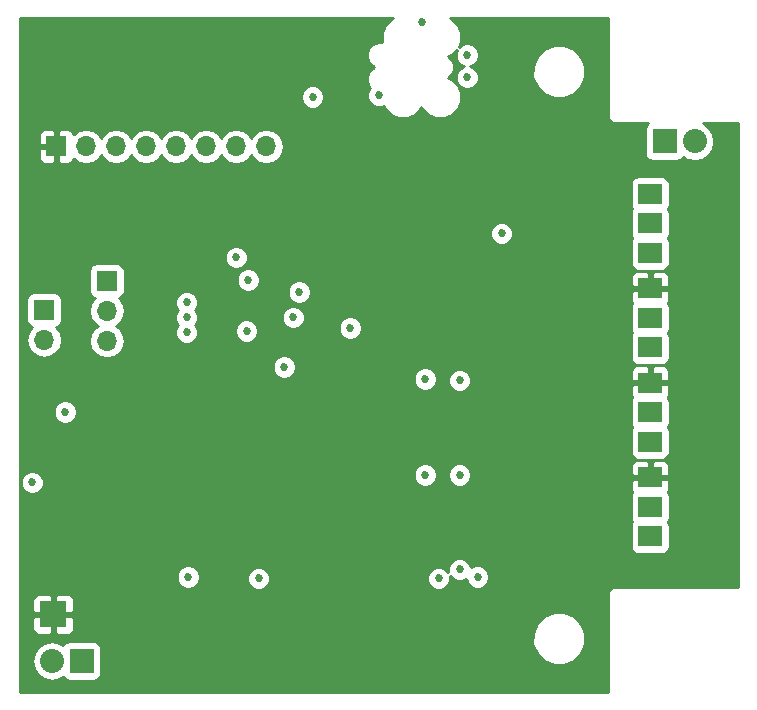
<source format=gbr>
G04 #@! TF.FileFunction,Copper,L3,Inr,Plane*
%FSLAX46Y46*%
G04 Gerber Fmt 4.6, Leading zero omitted, Abs format (unit mm)*
G04 Created by KiCad (PCBNEW 4.0.2-4+6225~38~ubuntu14.04.1-stable) date Thu 30 Mar 2017 04:50:54 PM CEST*
%MOMM*%
G01*
G04 APERTURE LIST*
%ADD10C,0.100000*%
%ADD11R,2.032000X2.032000*%
%ADD12O,2.032000X2.032000*%
%ADD13R,2.235200X2.235200*%
%ADD14R,2.000000X1.700000*%
%ADD15R,1.700000X1.700000*%
%ADD16O,1.700000X1.700000*%
%ADD17C,0.685800*%
%ADD18C,0.254000*%
G04 APERTURE END LIST*
D10*
D11*
X98679000Y-175768000D03*
D12*
X96139000Y-175768000D03*
D11*
X148031200Y-131775200D03*
D12*
X150571200Y-131775200D03*
D13*
X96266000Y-171831000D03*
D14*
X146812000Y-141224000D03*
X146812000Y-138724000D03*
X146812000Y-136224000D03*
X146812000Y-144224000D03*
X146812000Y-146724000D03*
X146812000Y-149224000D03*
X146812000Y-152224000D03*
X146812000Y-154724000D03*
X146812000Y-157224000D03*
X146812000Y-160224000D03*
X146812000Y-162724000D03*
X146812000Y-165224000D03*
D15*
X96520000Y-132207000D03*
D16*
X99060000Y-132207000D03*
X101600000Y-132207000D03*
X104140000Y-132207000D03*
X106680000Y-132207000D03*
X109220000Y-132207000D03*
X111760000Y-132207000D03*
X114300000Y-132207000D03*
D15*
X95504000Y-146050000D03*
D16*
X95504000Y-148590000D03*
D15*
X100812600Y-143586200D03*
D16*
X100812600Y-146126200D03*
X100812600Y-148666200D03*
D17*
X123825000Y-127889000D03*
X128905000Y-168783000D03*
X127762000Y-160020000D03*
X132207000Y-168656000D03*
X127762000Y-151892000D03*
X107569000Y-145415000D03*
X107569000Y-146685000D03*
X107569000Y-147955000D03*
X108839000Y-166243000D03*
X106807000Y-162179000D03*
X135128000Y-154051000D03*
X135128000Y-145923000D03*
X110617000Y-168783000D03*
X135128000Y-161798000D03*
X94361000Y-165227000D03*
X99822000Y-161290000D03*
X118237000Y-128016000D03*
X117094000Y-144526000D03*
X111760000Y-141605000D03*
X112776000Y-143510000D03*
X107696000Y-168656000D03*
X97282000Y-154686000D03*
X113665000Y-168783000D03*
X94488000Y-160655000D03*
X112649000Y-147828000D03*
X127508000Y-121666000D03*
X131318000Y-124460000D03*
X116586000Y-146685000D03*
X134239000Y-139573000D03*
X131318000Y-126365000D03*
X130683000Y-160020000D03*
X130683000Y-152019000D03*
X130683000Y-168021000D03*
X115824000Y-150876000D03*
X121412000Y-147574000D03*
D18*
G36*
X124851160Y-121427806D02*
X124350564Y-121927529D01*
X124079309Y-122580782D01*
X124078692Y-123288114D01*
X124095927Y-123329825D01*
X123728156Y-123329504D01*
X123312573Y-123501219D01*
X122994337Y-123818900D01*
X122821897Y-124234183D01*
X122821504Y-124683844D01*
X122993219Y-125099427D01*
X123310900Y-125417663D01*
X123451223Y-125475930D01*
X123312573Y-125533219D01*
X122994337Y-125850900D01*
X122821897Y-126266183D01*
X122821504Y-126715844D01*
X122993219Y-127131427D01*
X123096293Y-127234682D01*
X122996460Y-127334341D01*
X122847270Y-127693630D01*
X122846931Y-128082663D01*
X122995493Y-128442212D01*
X123270341Y-128717540D01*
X123629630Y-128866730D01*
X124018663Y-128867069D01*
X124246037Y-128773120D01*
X124348806Y-129021840D01*
X124848529Y-129522436D01*
X125501782Y-129793691D01*
X126209114Y-129794308D01*
X126862840Y-129524194D01*
X127363436Y-129024471D01*
X127444364Y-128829575D01*
X127523806Y-129021840D01*
X128023529Y-129522436D01*
X128676782Y-129793691D01*
X129384114Y-129794308D01*
X130037840Y-129524194D01*
X130538436Y-129024471D01*
X130809691Y-128371218D01*
X130810308Y-127663886D01*
X130540194Y-127010160D01*
X130040471Y-126509564D01*
X129726933Y-126379371D01*
X129989663Y-126117100D01*
X130162103Y-125701817D01*
X130162496Y-125252156D01*
X129990781Y-124836573D01*
X129727212Y-124572543D01*
X130037840Y-124444194D01*
X130427034Y-124055678D01*
X130340270Y-124264630D01*
X130339931Y-124653663D01*
X130488493Y-125013212D01*
X130763341Y-125288540D01*
X131062162Y-125412621D01*
X130764788Y-125535493D01*
X130489460Y-125810341D01*
X130340270Y-126169630D01*
X130339931Y-126558663D01*
X130488493Y-126918212D01*
X130763341Y-127193540D01*
X131122630Y-127342730D01*
X131511663Y-127343069D01*
X131871212Y-127194507D01*
X132146540Y-126919659D01*
X132295730Y-126560370D01*
X132295954Y-126302619D01*
X136850613Y-126302619D01*
X137190155Y-127124372D01*
X137818321Y-127753636D01*
X138639481Y-128094611D01*
X139528619Y-128095387D01*
X140350372Y-127755845D01*
X140979636Y-127127679D01*
X141320611Y-126306519D01*
X141321387Y-125417381D01*
X140981845Y-124595628D01*
X140353679Y-123966364D01*
X139532519Y-123625389D01*
X138643381Y-123624613D01*
X137821628Y-123964155D01*
X137192364Y-124592321D01*
X136851389Y-125413481D01*
X136850613Y-126302619D01*
X132295954Y-126302619D01*
X132296069Y-126171337D01*
X132147507Y-125811788D01*
X131872659Y-125536460D01*
X131573838Y-125412379D01*
X131871212Y-125289507D01*
X132146540Y-125014659D01*
X132295730Y-124655370D01*
X132296069Y-124266337D01*
X132147507Y-123906788D01*
X131872659Y-123631460D01*
X131513370Y-123482270D01*
X131124337Y-123481931D01*
X130764788Y-123630493D01*
X130600862Y-123794133D01*
X130809691Y-123291218D01*
X130810308Y-122583886D01*
X130540194Y-121930160D01*
X130040471Y-121429564D01*
X129872943Y-121360000D01*
X143202000Y-121360000D01*
X143202000Y-129540000D01*
X143256046Y-129811705D01*
X143409954Y-130042046D01*
X143640295Y-130195954D01*
X143912000Y-130250000D01*
X146633862Y-130250000D01*
X146563759Y-130295110D01*
X146418769Y-130507310D01*
X146367760Y-130759200D01*
X146367760Y-132791200D01*
X146412038Y-133026517D01*
X146551110Y-133242641D01*
X146763310Y-133387631D01*
X147015200Y-133438640D01*
X149047200Y-133438640D01*
X149282517Y-133394362D01*
X149498641Y-133255290D01*
X149600398Y-133106363D01*
X149939390Y-133332870D01*
X150571200Y-133458545D01*
X151203010Y-133332870D01*
X151738633Y-132974978D01*
X152096525Y-132439355D01*
X152222200Y-131807545D01*
X152222200Y-131742855D01*
X152096525Y-131111045D01*
X151738633Y-130575422D01*
X151251605Y-130250000D01*
X154230000Y-130250000D01*
X154230000Y-169470000D01*
X143912000Y-169470000D01*
X143640295Y-169524046D01*
X143409954Y-169677954D01*
X143256046Y-169908295D01*
X143202000Y-170180000D01*
X143202000Y-178360000D01*
X93420000Y-178360000D01*
X93420000Y-175735655D01*
X94488000Y-175735655D01*
X94488000Y-175800345D01*
X94613675Y-176432155D01*
X94971567Y-176967778D01*
X95507190Y-177325670D01*
X96139000Y-177451345D01*
X96770810Y-177325670D01*
X97110792Y-177098501D01*
X97198910Y-177235441D01*
X97411110Y-177380431D01*
X97663000Y-177431440D01*
X99695000Y-177431440D01*
X99930317Y-177387162D01*
X100146441Y-177248090D01*
X100291431Y-177035890D01*
X100342440Y-176784000D01*
X100342440Y-174752000D01*
X100298162Y-174516683D01*
X100160416Y-174302619D01*
X136850613Y-174302619D01*
X137190155Y-175124372D01*
X137818321Y-175753636D01*
X138639481Y-176094611D01*
X139528619Y-176095387D01*
X140350372Y-175755845D01*
X140979636Y-175127679D01*
X141320611Y-174306519D01*
X141321387Y-173417381D01*
X140981845Y-172595628D01*
X140353679Y-171966364D01*
X139532519Y-171625389D01*
X138643381Y-171624613D01*
X137821628Y-171964155D01*
X137192364Y-172592321D01*
X136851389Y-173413481D01*
X136850613Y-174302619D01*
X100160416Y-174302619D01*
X100159090Y-174300559D01*
X99946890Y-174155569D01*
X99695000Y-174104560D01*
X97663000Y-174104560D01*
X97427683Y-174148838D01*
X97211559Y-174287910D01*
X97109802Y-174436837D01*
X96770810Y-174210330D01*
X96139000Y-174084655D01*
X95507190Y-174210330D01*
X94971567Y-174568222D01*
X94613675Y-175103845D01*
X94488000Y-175735655D01*
X93420000Y-175735655D01*
X93420000Y-172116750D01*
X94513400Y-172116750D01*
X94513400Y-173074909D01*
X94610073Y-173308298D01*
X94788701Y-173486927D01*
X95022090Y-173583600D01*
X95980250Y-173583600D01*
X96139000Y-173424850D01*
X96139000Y-171958000D01*
X96393000Y-171958000D01*
X96393000Y-173424850D01*
X96551750Y-173583600D01*
X97509910Y-173583600D01*
X97743299Y-173486927D01*
X97921927Y-173308298D01*
X98018600Y-173074909D01*
X98018600Y-172116750D01*
X97859850Y-171958000D01*
X96393000Y-171958000D01*
X96139000Y-171958000D01*
X94672150Y-171958000D01*
X94513400Y-172116750D01*
X93420000Y-172116750D01*
X93420000Y-170587091D01*
X94513400Y-170587091D01*
X94513400Y-171545250D01*
X94672150Y-171704000D01*
X96139000Y-171704000D01*
X96139000Y-170237150D01*
X96393000Y-170237150D01*
X96393000Y-171704000D01*
X97859850Y-171704000D01*
X98018600Y-171545250D01*
X98018600Y-170587091D01*
X97921927Y-170353702D01*
X97743299Y-170175073D01*
X97509910Y-170078400D01*
X96551750Y-170078400D01*
X96393000Y-170237150D01*
X96139000Y-170237150D01*
X95980250Y-170078400D01*
X95022090Y-170078400D01*
X94788701Y-170175073D01*
X94610073Y-170353702D01*
X94513400Y-170587091D01*
X93420000Y-170587091D01*
X93420000Y-168849663D01*
X106717931Y-168849663D01*
X106866493Y-169209212D01*
X107141341Y-169484540D01*
X107500630Y-169633730D01*
X107889663Y-169634069D01*
X108249212Y-169485507D01*
X108524540Y-169210659D01*
X108621703Y-168976663D01*
X112686931Y-168976663D01*
X112835493Y-169336212D01*
X113110341Y-169611540D01*
X113469630Y-169760730D01*
X113858663Y-169761069D01*
X114218212Y-169612507D01*
X114493540Y-169337659D01*
X114642730Y-168978370D01*
X114642731Y-168976663D01*
X127926931Y-168976663D01*
X128075493Y-169336212D01*
X128350341Y-169611540D01*
X128709630Y-169760730D01*
X129098663Y-169761069D01*
X129458212Y-169612507D01*
X129733540Y-169337659D01*
X129882730Y-168978370D01*
X129883056Y-168603827D01*
X130128341Y-168849540D01*
X130487630Y-168998730D01*
X130876663Y-168999069D01*
X131230291Y-168852954D01*
X131377493Y-169209212D01*
X131652341Y-169484540D01*
X132011630Y-169633730D01*
X132400663Y-169634069D01*
X132760212Y-169485507D01*
X133035540Y-169210659D01*
X133184730Y-168851370D01*
X133185069Y-168462337D01*
X133036507Y-168102788D01*
X132761659Y-167827460D01*
X132402370Y-167678270D01*
X132013337Y-167677931D01*
X131659709Y-167824046D01*
X131512507Y-167467788D01*
X131237659Y-167192460D01*
X130878370Y-167043270D01*
X130489337Y-167042931D01*
X130129788Y-167191493D01*
X129854460Y-167466341D01*
X129705270Y-167825630D01*
X129704944Y-168200173D01*
X129459659Y-167954460D01*
X129100370Y-167805270D01*
X128711337Y-167804931D01*
X128351788Y-167953493D01*
X128076460Y-168228341D01*
X127927270Y-168587630D01*
X127926931Y-168976663D01*
X114642731Y-168976663D01*
X114643069Y-168589337D01*
X114494507Y-168229788D01*
X114219659Y-167954460D01*
X113860370Y-167805270D01*
X113471337Y-167804931D01*
X113111788Y-167953493D01*
X112836460Y-168228341D01*
X112687270Y-168587630D01*
X112686931Y-168976663D01*
X108621703Y-168976663D01*
X108673730Y-168851370D01*
X108674069Y-168462337D01*
X108525507Y-168102788D01*
X108250659Y-167827460D01*
X107891370Y-167678270D01*
X107502337Y-167677931D01*
X107142788Y-167826493D01*
X106867460Y-168101341D01*
X106718270Y-168460630D01*
X106717931Y-168849663D01*
X93420000Y-168849663D01*
X93420000Y-161874000D01*
X145164560Y-161874000D01*
X145164560Y-163574000D01*
X145208838Y-163809317D01*
X145315759Y-163975477D01*
X145215569Y-164122110D01*
X145164560Y-164374000D01*
X145164560Y-166074000D01*
X145208838Y-166309317D01*
X145347910Y-166525441D01*
X145560110Y-166670431D01*
X145812000Y-166721440D01*
X147812000Y-166721440D01*
X148047317Y-166677162D01*
X148263441Y-166538090D01*
X148408431Y-166325890D01*
X148459440Y-166074000D01*
X148459440Y-164374000D01*
X148415162Y-164138683D01*
X148308241Y-163972523D01*
X148408431Y-163825890D01*
X148459440Y-163574000D01*
X148459440Y-161874000D01*
X148415162Y-161638683D01*
X148309518Y-161474508D01*
X148350327Y-161433699D01*
X148447000Y-161200310D01*
X148447000Y-160509750D01*
X148288250Y-160351000D01*
X146939000Y-160351000D01*
X146939000Y-160371000D01*
X146685000Y-160371000D01*
X146685000Y-160351000D01*
X145335750Y-160351000D01*
X145177000Y-160509750D01*
X145177000Y-161200310D01*
X145273673Y-161433699D01*
X145315634Y-161475660D01*
X145215569Y-161622110D01*
X145164560Y-161874000D01*
X93420000Y-161874000D01*
X93420000Y-160848663D01*
X93509931Y-160848663D01*
X93658493Y-161208212D01*
X93933341Y-161483540D01*
X94292630Y-161632730D01*
X94681663Y-161633069D01*
X95041212Y-161484507D01*
X95316540Y-161209659D01*
X95465730Y-160850370D01*
X95466069Y-160461337D01*
X95363733Y-160213663D01*
X126783931Y-160213663D01*
X126932493Y-160573212D01*
X127207341Y-160848540D01*
X127566630Y-160997730D01*
X127955663Y-160998069D01*
X128315212Y-160849507D01*
X128590540Y-160574659D01*
X128739730Y-160215370D01*
X128739731Y-160213663D01*
X129704931Y-160213663D01*
X129853493Y-160573212D01*
X130128341Y-160848540D01*
X130487630Y-160997730D01*
X130876663Y-160998069D01*
X131236212Y-160849507D01*
X131511540Y-160574659D01*
X131660730Y-160215370D01*
X131661069Y-159826337D01*
X131512507Y-159466788D01*
X131293791Y-159247690D01*
X145177000Y-159247690D01*
X145177000Y-159938250D01*
X145335750Y-160097000D01*
X146685000Y-160097000D01*
X146685000Y-158897750D01*
X146939000Y-158897750D01*
X146939000Y-160097000D01*
X148288250Y-160097000D01*
X148447000Y-159938250D01*
X148447000Y-159247690D01*
X148350327Y-159014301D01*
X148171698Y-158835673D01*
X147938309Y-158739000D01*
X147097750Y-158739000D01*
X146939000Y-158897750D01*
X146685000Y-158897750D01*
X146526250Y-158739000D01*
X145685691Y-158739000D01*
X145452302Y-158835673D01*
X145273673Y-159014301D01*
X145177000Y-159247690D01*
X131293791Y-159247690D01*
X131237659Y-159191460D01*
X130878370Y-159042270D01*
X130489337Y-159041931D01*
X130129788Y-159190493D01*
X129854460Y-159465341D01*
X129705270Y-159824630D01*
X129704931Y-160213663D01*
X128739731Y-160213663D01*
X128740069Y-159826337D01*
X128591507Y-159466788D01*
X128316659Y-159191460D01*
X127957370Y-159042270D01*
X127568337Y-159041931D01*
X127208788Y-159190493D01*
X126933460Y-159465341D01*
X126784270Y-159824630D01*
X126783931Y-160213663D01*
X95363733Y-160213663D01*
X95317507Y-160101788D01*
X95042659Y-159826460D01*
X94683370Y-159677270D01*
X94294337Y-159676931D01*
X93934788Y-159825493D01*
X93659460Y-160100341D01*
X93510270Y-160459630D01*
X93509931Y-160848663D01*
X93420000Y-160848663D01*
X93420000Y-154879663D01*
X96303931Y-154879663D01*
X96452493Y-155239212D01*
X96727341Y-155514540D01*
X97086630Y-155663730D01*
X97475663Y-155664069D01*
X97835212Y-155515507D01*
X98110540Y-155240659D01*
X98259730Y-154881370D01*
X98260069Y-154492337D01*
X98111507Y-154132788D01*
X97853171Y-153874000D01*
X145164560Y-153874000D01*
X145164560Y-155574000D01*
X145208838Y-155809317D01*
X145315759Y-155975477D01*
X145215569Y-156122110D01*
X145164560Y-156374000D01*
X145164560Y-158074000D01*
X145208838Y-158309317D01*
X145347910Y-158525441D01*
X145560110Y-158670431D01*
X145812000Y-158721440D01*
X147812000Y-158721440D01*
X148047317Y-158677162D01*
X148263441Y-158538090D01*
X148408431Y-158325890D01*
X148459440Y-158074000D01*
X148459440Y-156374000D01*
X148415162Y-156138683D01*
X148308241Y-155972523D01*
X148408431Y-155825890D01*
X148459440Y-155574000D01*
X148459440Y-153874000D01*
X148415162Y-153638683D01*
X148309518Y-153474508D01*
X148350327Y-153433699D01*
X148447000Y-153200310D01*
X148447000Y-152509750D01*
X148288250Y-152351000D01*
X146939000Y-152351000D01*
X146939000Y-152371000D01*
X146685000Y-152371000D01*
X146685000Y-152351000D01*
X145335750Y-152351000D01*
X145177000Y-152509750D01*
X145177000Y-153200310D01*
X145273673Y-153433699D01*
X145315634Y-153475660D01*
X145215569Y-153622110D01*
X145164560Y-153874000D01*
X97853171Y-153874000D01*
X97836659Y-153857460D01*
X97477370Y-153708270D01*
X97088337Y-153707931D01*
X96728788Y-153856493D01*
X96453460Y-154131341D01*
X96304270Y-154490630D01*
X96303931Y-154879663D01*
X93420000Y-154879663D01*
X93420000Y-152085663D01*
X126783931Y-152085663D01*
X126932493Y-152445212D01*
X127207341Y-152720540D01*
X127566630Y-152869730D01*
X127955663Y-152870069D01*
X128315212Y-152721507D01*
X128590540Y-152446659D01*
X128687703Y-152212663D01*
X129704931Y-152212663D01*
X129853493Y-152572212D01*
X130128341Y-152847540D01*
X130487630Y-152996730D01*
X130876663Y-152997069D01*
X131236212Y-152848507D01*
X131511540Y-152573659D01*
X131660730Y-152214370D01*
X131661069Y-151825337D01*
X131512507Y-151465788D01*
X131294790Y-151247690D01*
X145177000Y-151247690D01*
X145177000Y-151938250D01*
X145335750Y-152097000D01*
X146685000Y-152097000D01*
X146685000Y-150897750D01*
X146939000Y-150897750D01*
X146939000Y-152097000D01*
X148288250Y-152097000D01*
X148447000Y-151938250D01*
X148447000Y-151247690D01*
X148350327Y-151014301D01*
X148171698Y-150835673D01*
X147938309Y-150739000D01*
X147097750Y-150739000D01*
X146939000Y-150897750D01*
X146685000Y-150897750D01*
X146526250Y-150739000D01*
X145685691Y-150739000D01*
X145452302Y-150835673D01*
X145273673Y-151014301D01*
X145177000Y-151247690D01*
X131294790Y-151247690D01*
X131237659Y-151190460D01*
X130878370Y-151041270D01*
X130489337Y-151040931D01*
X130129788Y-151189493D01*
X129854460Y-151464341D01*
X129705270Y-151823630D01*
X129704931Y-152212663D01*
X128687703Y-152212663D01*
X128739730Y-152087370D01*
X128740069Y-151698337D01*
X128591507Y-151338788D01*
X128316659Y-151063460D01*
X127957370Y-150914270D01*
X127568337Y-150913931D01*
X127208788Y-151062493D01*
X126933460Y-151337341D01*
X126784270Y-151696630D01*
X126783931Y-152085663D01*
X93420000Y-152085663D01*
X93420000Y-151069663D01*
X114845931Y-151069663D01*
X114994493Y-151429212D01*
X115269341Y-151704540D01*
X115628630Y-151853730D01*
X116017663Y-151854069D01*
X116377212Y-151705507D01*
X116652540Y-151430659D01*
X116801730Y-151071370D01*
X116802069Y-150682337D01*
X116653507Y-150322788D01*
X116378659Y-150047460D01*
X116019370Y-149898270D01*
X115630337Y-149897931D01*
X115270788Y-150046493D01*
X114995460Y-150321341D01*
X114846270Y-150680630D01*
X114845931Y-151069663D01*
X93420000Y-151069663D01*
X93420000Y-148590000D01*
X93989907Y-148590000D01*
X94102946Y-149158285D01*
X94424853Y-149640054D01*
X94906622Y-149961961D01*
X95474907Y-150075000D01*
X95533093Y-150075000D01*
X96101378Y-149961961D01*
X96583147Y-149640054D01*
X96905054Y-149158285D01*
X97018093Y-148590000D01*
X96905054Y-148021715D01*
X96583147Y-147539946D01*
X96541548Y-147512150D01*
X96589317Y-147503162D01*
X96805441Y-147364090D01*
X96950431Y-147151890D01*
X97001440Y-146900000D01*
X97001440Y-146126200D01*
X99298507Y-146126200D01*
X99411546Y-146694485D01*
X99733453Y-147176254D01*
X100062626Y-147396200D01*
X99733453Y-147616146D01*
X99411546Y-148097915D01*
X99298507Y-148666200D01*
X99411546Y-149234485D01*
X99733453Y-149716254D01*
X100215222Y-150038161D01*
X100783507Y-150151200D01*
X100841693Y-150151200D01*
X101409978Y-150038161D01*
X101891747Y-149716254D01*
X102213654Y-149234485D01*
X102326693Y-148666200D01*
X102213654Y-148097915D01*
X101891747Y-147616146D01*
X101562574Y-147396200D01*
X101891747Y-147176254D01*
X102213654Y-146694485D01*
X102326693Y-146126200D01*
X102223749Y-145608663D01*
X106590931Y-145608663D01*
X106739493Y-145968212D01*
X106821040Y-146049901D01*
X106740460Y-146130341D01*
X106591270Y-146489630D01*
X106590931Y-146878663D01*
X106739493Y-147238212D01*
X106821040Y-147319901D01*
X106740460Y-147400341D01*
X106591270Y-147759630D01*
X106590931Y-148148663D01*
X106739493Y-148508212D01*
X107014341Y-148783540D01*
X107373630Y-148932730D01*
X107762663Y-148933069D01*
X108122212Y-148784507D01*
X108397540Y-148509659D01*
X108546730Y-148150370D01*
X108546842Y-148021663D01*
X111670931Y-148021663D01*
X111819493Y-148381212D01*
X112094341Y-148656540D01*
X112453630Y-148805730D01*
X112842663Y-148806069D01*
X113202212Y-148657507D01*
X113477540Y-148382659D01*
X113626730Y-148023370D01*
X113626952Y-147767663D01*
X120433931Y-147767663D01*
X120582493Y-148127212D01*
X120857341Y-148402540D01*
X121216630Y-148551730D01*
X121605663Y-148552069D01*
X121965212Y-148403507D01*
X122240540Y-148128659D01*
X122389730Y-147769370D01*
X122390069Y-147380337D01*
X122241507Y-147020788D01*
X121966659Y-146745460D01*
X121607370Y-146596270D01*
X121218337Y-146595931D01*
X120858788Y-146744493D01*
X120583460Y-147019341D01*
X120434270Y-147378630D01*
X120433931Y-147767663D01*
X113626952Y-147767663D01*
X113627069Y-147634337D01*
X113478507Y-147274788D01*
X113203659Y-146999460D01*
X112912748Y-146878663D01*
X115607931Y-146878663D01*
X115756493Y-147238212D01*
X116031341Y-147513540D01*
X116390630Y-147662730D01*
X116779663Y-147663069D01*
X117139212Y-147514507D01*
X117414540Y-147239659D01*
X117563730Y-146880370D01*
X117564069Y-146491337D01*
X117415507Y-146131788D01*
X117158169Y-145874000D01*
X145164560Y-145874000D01*
X145164560Y-147574000D01*
X145208838Y-147809317D01*
X145315759Y-147975477D01*
X145215569Y-148122110D01*
X145164560Y-148374000D01*
X145164560Y-150074000D01*
X145208838Y-150309317D01*
X145347910Y-150525441D01*
X145560110Y-150670431D01*
X145812000Y-150721440D01*
X147812000Y-150721440D01*
X148047317Y-150677162D01*
X148263441Y-150538090D01*
X148408431Y-150325890D01*
X148459440Y-150074000D01*
X148459440Y-148374000D01*
X148415162Y-148138683D01*
X148308241Y-147972523D01*
X148408431Y-147825890D01*
X148459440Y-147574000D01*
X148459440Y-145874000D01*
X148415162Y-145638683D01*
X148309518Y-145474508D01*
X148350327Y-145433699D01*
X148447000Y-145200310D01*
X148447000Y-144509750D01*
X148288250Y-144351000D01*
X146939000Y-144351000D01*
X146939000Y-144371000D01*
X146685000Y-144371000D01*
X146685000Y-144351000D01*
X145335750Y-144351000D01*
X145177000Y-144509750D01*
X145177000Y-145200310D01*
X145273673Y-145433699D01*
X145315634Y-145475660D01*
X145215569Y-145622110D01*
X145164560Y-145874000D01*
X117158169Y-145874000D01*
X117140659Y-145856460D01*
X116781370Y-145707270D01*
X116392337Y-145706931D01*
X116032788Y-145855493D01*
X115757460Y-146130341D01*
X115608270Y-146489630D01*
X115607931Y-146878663D01*
X112912748Y-146878663D01*
X112844370Y-146850270D01*
X112455337Y-146849931D01*
X112095788Y-146998493D01*
X111820460Y-147273341D01*
X111671270Y-147632630D01*
X111670931Y-148021663D01*
X108546842Y-148021663D01*
X108547069Y-147761337D01*
X108398507Y-147401788D01*
X108316960Y-147320099D01*
X108397540Y-147239659D01*
X108546730Y-146880370D01*
X108547069Y-146491337D01*
X108398507Y-146131788D01*
X108316960Y-146050099D01*
X108397540Y-145969659D01*
X108546730Y-145610370D01*
X108547069Y-145221337D01*
X108398507Y-144861788D01*
X108256630Y-144719663D01*
X116115931Y-144719663D01*
X116264493Y-145079212D01*
X116539341Y-145354540D01*
X116898630Y-145503730D01*
X117287663Y-145504069D01*
X117647212Y-145355507D01*
X117922540Y-145080659D01*
X118071730Y-144721370D01*
X118072069Y-144332337D01*
X117923507Y-143972788D01*
X117648659Y-143697460D01*
X117289370Y-143548270D01*
X116900337Y-143547931D01*
X116540788Y-143696493D01*
X116265460Y-143971341D01*
X116116270Y-144330630D01*
X116115931Y-144719663D01*
X108256630Y-144719663D01*
X108123659Y-144586460D01*
X107764370Y-144437270D01*
X107375337Y-144436931D01*
X107015788Y-144585493D01*
X106740460Y-144860341D01*
X106591270Y-145219630D01*
X106590931Y-145608663D01*
X102223749Y-145608663D01*
X102213654Y-145557915D01*
X101891747Y-145076146D01*
X101850148Y-145048350D01*
X101897917Y-145039362D01*
X102114041Y-144900290D01*
X102259031Y-144688090D01*
X102310040Y-144436200D01*
X102310040Y-143703663D01*
X111797931Y-143703663D01*
X111946493Y-144063212D01*
X112221341Y-144338540D01*
X112580630Y-144487730D01*
X112969663Y-144488069D01*
X113329212Y-144339507D01*
X113604540Y-144064659D01*
X113753730Y-143705370D01*
X113754069Y-143316337D01*
X113725705Y-143247690D01*
X145177000Y-143247690D01*
X145177000Y-143938250D01*
X145335750Y-144097000D01*
X146685000Y-144097000D01*
X146685000Y-142897750D01*
X146939000Y-142897750D01*
X146939000Y-144097000D01*
X148288250Y-144097000D01*
X148447000Y-143938250D01*
X148447000Y-143247690D01*
X148350327Y-143014301D01*
X148171698Y-142835673D01*
X147938309Y-142739000D01*
X147097750Y-142739000D01*
X146939000Y-142897750D01*
X146685000Y-142897750D01*
X146526250Y-142739000D01*
X145685691Y-142739000D01*
X145452302Y-142835673D01*
X145273673Y-143014301D01*
X145177000Y-143247690D01*
X113725705Y-143247690D01*
X113605507Y-142956788D01*
X113330659Y-142681460D01*
X112971370Y-142532270D01*
X112582337Y-142531931D01*
X112222788Y-142680493D01*
X111947460Y-142955341D01*
X111798270Y-143314630D01*
X111797931Y-143703663D01*
X102310040Y-143703663D01*
X102310040Y-142736200D01*
X102265762Y-142500883D01*
X102126690Y-142284759D01*
X101914490Y-142139769D01*
X101662600Y-142088760D01*
X99962600Y-142088760D01*
X99727283Y-142133038D01*
X99511159Y-142272110D01*
X99366169Y-142484310D01*
X99315160Y-142736200D01*
X99315160Y-144436200D01*
X99359438Y-144671517D01*
X99498510Y-144887641D01*
X99710710Y-145032631D01*
X99778141Y-145046286D01*
X99733453Y-145076146D01*
X99411546Y-145557915D01*
X99298507Y-146126200D01*
X97001440Y-146126200D01*
X97001440Y-145200000D01*
X96957162Y-144964683D01*
X96818090Y-144748559D01*
X96605890Y-144603569D01*
X96354000Y-144552560D01*
X94654000Y-144552560D01*
X94418683Y-144596838D01*
X94202559Y-144735910D01*
X94057569Y-144948110D01*
X94006560Y-145200000D01*
X94006560Y-146900000D01*
X94050838Y-147135317D01*
X94189910Y-147351441D01*
X94402110Y-147496431D01*
X94469541Y-147510086D01*
X94424853Y-147539946D01*
X94102946Y-148021715D01*
X93989907Y-148590000D01*
X93420000Y-148590000D01*
X93420000Y-141798663D01*
X110781931Y-141798663D01*
X110930493Y-142158212D01*
X111205341Y-142433540D01*
X111564630Y-142582730D01*
X111953663Y-142583069D01*
X112313212Y-142434507D01*
X112588540Y-142159659D01*
X112737730Y-141800370D01*
X112738069Y-141411337D01*
X112589507Y-141051788D01*
X112314659Y-140776460D01*
X111955370Y-140627270D01*
X111566337Y-140626931D01*
X111206788Y-140775493D01*
X110931460Y-141050341D01*
X110782270Y-141409630D01*
X110781931Y-141798663D01*
X93420000Y-141798663D01*
X93420000Y-139766663D01*
X133260931Y-139766663D01*
X133409493Y-140126212D01*
X133684341Y-140401540D01*
X134043630Y-140550730D01*
X134432663Y-140551069D01*
X134792212Y-140402507D01*
X135067540Y-140127659D01*
X135216730Y-139768370D01*
X135217069Y-139379337D01*
X135068507Y-139019788D01*
X134793659Y-138744460D01*
X134434370Y-138595270D01*
X134045337Y-138594931D01*
X133685788Y-138743493D01*
X133410460Y-139018341D01*
X133261270Y-139377630D01*
X133260931Y-139766663D01*
X93420000Y-139766663D01*
X93420000Y-135374000D01*
X145164560Y-135374000D01*
X145164560Y-137074000D01*
X145208838Y-137309317D01*
X145315759Y-137475477D01*
X145215569Y-137622110D01*
X145164560Y-137874000D01*
X145164560Y-139574000D01*
X145208838Y-139809317D01*
X145315759Y-139975477D01*
X145215569Y-140122110D01*
X145164560Y-140374000D01*
X145164560Y-142074000D01*
X145208838Y-142309317D01*
X145347910Y-142525441D01*
X145560110Y-142670431D01*
X145812000Y-142721440D01*
X147812000Y-142721440D01*
X148047317Y-142677162D01*
X148263441Y-142538090D01*
X148408431Y-142325890D01*
X148459440Y-142074000D01*
X148459440Y-140374000D01*
X148415162Y-140138683D01*
X148308241Y-139972523D01*
X148408431Y-139825890D01*
X148459440Y-139574000D01*
X148459440Y-137874000D01*
X148415162Y-137638683D01*
X148308241Y-137472523D01*
X148408431Y-137325890D01*
X148459440Y-137074000D01*
X148459440Y-135374000D01*
X148415162Y-135138683D01*
X148276090Y-134922559D01*
X148063890Y-134777569D01*
X147812000Y-134726560D01*
X145812000Y-134726560D01*
X145576683Y-134770838D01*
X145360559Y-134909910D01*
X145215569Y-135122110D01*
X145164560Y-135374000D01*
X93420000Y-135374000D01*
X93420000Y-132492750D01*
X95035000Y-132492750D01*
X95035000Y-133183309D01*
X95131673Y-133416698D01*
X95310301Y-133595327D01*
X95543690Y-133692000D01*
X96234250Y-133692000D01*
X96393000Y-133533250D01*
X96393000Y-132334000D01*
X95193750Y-132334000D01*
X95035000Y-132492750D01*
X93420000Y-132492750D01*
X93420000Y-131230691D01*
X95035000Y-131230691D01*
X95035000Y-131921250D01*
X95193750Y-132080000D01*
X96393000Y-132080000D01*
X96393000Y-130880750D01*
X96647000Y-130880750D01*
X96647000Y-132080000D01*
X96667000Y-132080000D01*
X96667000Y-132334000D01*
X96647000Y-132334000D01*
X96647000Y-133533250D01*
X96805750Y-133692000D01*
X97496310Y-133692000D01*
X97729699Y-133595327D01*
X97908327Y-133416698D01*
X97980597Y-133242223D01*
X98009946Y-133286147D01*
X98491715Y-133608054D01*
X99060000Y-133721093D01*
X99628285Y-133608054D01*
X100110054Y-133286147D01*
X100330000Y-132956974D01*
X100549946Y-133286147D01*
X101031715Y-133608054D01*
X101600000Y-133721093D01*
X102168285Y-133608054D01*
X102650054Y-133286147D01*
X102870000Y-132956974D01*
X103089946Y-133286147D01*
X103571715Y-133608054D01*
X104140000Y-133721093D01*
X104708285Y-133608054D01*
X105190054Y-133286147D01*
X105410000Y-132956974D01*
X105629946Y-133286147D01*
X106111715Y-133608054D01*
X106680000Y-133721093D01*
X107248285Y-133608054D01*
X107730054Y-133286147D01*
X107950000Y-132956974D01*
X108169946Y-133286147D01*
X108651715Y-133608054D01*
X109220000Y-133721093D01*
X109788285Y-133608054D01*
X110270054Y-133286147D01*
X110490000Y-132956974D01*
X110709946Y-133286147D01*
X111191715Y-133608054D01*
X111760000Y-133721093D01*
X112328285Y-133608054D01*
X112810054Y-133286147D01*
X113030000Y-132956974D01*
X113249946Y-133286147D01*
X113731715Y-133608054D01*
X114300000Y-133721093D01*
X114868285Y-133608054D01*
X115350054Y-133286147D01*
X115671961Y-132804378D01*
X115785000Y-132236093D01*
X115785000Y-132177907D01*
X115671961Y-131609622D01*
X115350054Y-131127853D01*
X114868285Y-130805946D01*
X114300000Y-130692907D01*
X113731715Y-130805946D01*
X113249946Y-131127853D01*
X113030000Y-131457026D01*
X112810054Y-131127853D01*
X112328285Y-130805946D01*
X111760000Y-130692907D01*
X111191715Y-130805946D01*
X110709946Y-131127853D01*
X110490000Y-131457026D01*
X110270054Y-131127853D01*
X109788285Y-130805946D01*
X109220000Y-130692907D01*
X108651715Y-130805946D01*
X108169946Y-131127853D01*
X107950000Y-131457026D01*
X107730054Y-131127853D01*
X107248285Y-130805946D01*
X106680000Y-130692907D01*
X106111715Y-130805946D01*
X105629946Y-131127853D01*
X105410000Y-131457026D01*
X105190054Y-131127853D01*
X104708285Y-130805946D01*
X104140000Y-130692907D01*
X103571715Y-130805946D01*
X103089946Y-131127853D01*
X102870000Y-131457026D01*
X102650054Y-131127853D01*
X102168285Y-130805946D01*
X101600000Y-130692907D01*
X101031715Y-130805946D01*
X100549946Y-131127853D01*
X100330000Y-131457026D01*
X100110054Y-131127853D01*
X99628285Y-130805946D01*
X99060000Y-130692907D01*
X98491715Y-130805946D01*
X98009946Y-131127853D01*
X97980597Y-131171777D01*
X97908327Y-130997302D01*
X97729699Y-130818673D01*
X97496310Y-130722000D01*
X96805750Y-130722000D01*
X96647000Y-130880750D01*
X96393000Y-130880750D01*
X96234250Y-130722000D01*
X95543690Y-130722000D01*
X95310301Y-130818673D01*
X95131673Y-130997302D01*
X95035000Y-131230691D01*
X93420000Y-131230691D01*
X93420000Y-128209663D01*
X117258931Y-128209663D01*
X117407493Y-128569212D01*
X117682341Y-128844540D01*
X118041630Y-128993730D01*
X118430663Y-128994069D01*
X118790212Y-128845507D01*
X119065540Y-128570659D01*
X119214730Y-128211370D01*
X119215069Y-127822337D01*
X119066507Y-127462788D01*
X118791659Y-127187460D01*
X118432370Y-127038270D01*
X118043337Y-127037931D01*
X117683788Y-127186493D01*
X117408460Y-127461341D01*
X117259270Y-127820630D01*
X117258931Y-128209663D01*
X93420000Y-128209663D01*
X93420000Y-121360000D01*
X125015263Y-121360000D01*
X124851160Y-121427806D01*
X124851160Y-121427806D01*
G37*
X124851160Y-121427806D02*
X124350564Y-121927529D01*
X124079309Y-122580782D01*
X124078692Y-123288114D01*
X124095927Y-123329825D01*
X123728156Y-123329504D01*
X123312573Y-123501219D01*
X122994337Y-123818900D01*
X122821897Y-124234183D01*
X122821504Y-124683844D01*
X122993219Y-125099427D01*
X123310900Y-125417663D01*
X123451223Y-125475930D01*
X123312573Y-125533219D01*
X122994337Y-125850900D01*
X122821897Y-126266183D01*
X122821504Y-126715844D01*
X122993219Y-127131427D01*
X123096293Y-127234682D01*
X122996460Y-127334341D01*
X122847270Y-127693630D01*
X122846931Y-128082663D01*
X122995493Y-128442212D01*
X123270341Y-128717540D01*
X123629630Y-128866730D01*
X124018663Y-128867069D01*
X124246037Y-128773120D01*
X124348806Y-129021840D01*
X124848529Y-129522436D01*
X125501782Y-129793691D01*
X126209114Y-129794308D01*
X126862840Y-129524194D01*
X127363436Y-129024471D01*
X127444364Y-128829575D01*
X127523806Y-129021840D01*
X128023529Y-129522436D01*
X128676782Y-129793691D01*
X129384114Y-129794308D01*
X130037840Y-129524194D01*
X130538436Y-129024471D01*
X130809691Y-128371218D01*
X130810308Y-127663886D01*
X130540194Y-127010160D01*
X130040471Y-126509564D01*
X129726933Y-126379371D01*
X129989663Y-126117100D01*
X130162103Y-125701817D01*
X130162496Y-125252156D01*
X129990781Y-124836573D01*
X129727212Y-124572543D01*
X130037840Y-124444194D01*
X130427034Y-124055678D01*
X130340270Y-124264630D01*
X130339931Y-124653663D01*
X130488493Y-125013212D01*
X130763341Y-125288540D01*
X131062162Y-125412621D01*
X130764788Y-125535493D01*
X130489460Y-125810341D01*
X130340270Y-126169630D01*
X130339931Y-126558663D01*
X130488493Y-126918212D01*
X130763341Y-127193540D01*
X131122630Y-127342730D01*
X131511663Y-127343069D01*
X131871212Y-127194507D01*
X132146540Y-126919659D01*
X132295730Y-126560370D01*
X132295954Y-126302619D01*
X136850613Y-126302619D01*
X137190155Y-127124372D01*
X137818321Y-127753636D01*
X138639481Y-128094611D01*
X139528619Y-128095387D01*
X140350372Y-127755845D01*
X140979636Y-127127679D01*
X141320611Y-126306519D01*
X141321387Y-125417381D01*
X140981845Y-124595628D01*
X140353679Y-123966364D01*
X139532519Y-123625389D01*
X138643381Y-123624613D01*
X137821628Y-123964155D01*
X137192364Y-124592321D01*
X136851389Y-125413481D01*
X136850613Y-126302619D01*
X132295954Y-126302619D01*
X132296069Y-126171337D01*
X132147507Y-125811788D01*
X131872659Y-125536460D01*
X131573838Y-125412379D01*
X131871212Y-125289507D01*
X132146540Y-125014659D01*
X132295730Y-124655370D01*
X132296069Y-124266337D01*
X132147507Y-123906788D01*
X131872659Y-123631460D01*
X131513370Y-123482270D01*
X131124337Y-123481931D01*
X130764788Y-123630493D01*
X130600862Y-123794133D01*
X130809691Y-123291218D01*
X130810308Y-122583886D01*
X130540194Y-121930160D01*
X130040471Y-121429564D01*
X129872943Y-121360000D01*
X143202000Y-121360000D01*
X143202000Y-129540000D01*
X143256046Y-129811705D01*
X143409954Y-130042046D01*
X143640295Y-130195954D01*
X143912000Y-130250000D01*
X146633862Y-130250000D01*
X146563759Y-130295110D01*
X146418769Y-130507310D01*
X146367760Y-130759200D01*
X146367760Y-132791200D01*
X146412038Y-133026517D01*
X146551110Y-133242641D01*
X146763310Y-133387631D01*
X147015200Y-133438640D01*
X149047200Y-133438640D01*
X149282517Y-133394362D01*
X149498641Y-133255290D01*
X149600398Y-133106363D01*
X149939390Y-133332870D01*
X150571200Y-133458545D01*
X151203010Y-133332870D01*
X151738633Y-132974978D01*
X152096525Y-132439355D01*
X152222200Y-131807545D01*
X152222200Y-131742855D01*
X152096525Y-131111045D01*
X151738633Y-130575422D01*
X151251605Y-130250000D01*
X154230000Y-130250000D01*
X154230000Y-169470000D01*
X143912000Y-169470000D01*
X143640295Y-169524046D01*
X143409954Y-169677954D01*
X143256046Y-169908295D01*
X143202000Y-170180000D01*
X143202000Y-178360000D01*
X93420000Y-178360000D01*
X93420000Y-175735655D01*
X94488000Y-175735655D01*
X94488000Y-175800345D01*
X94613675Y-176432155D01*
X94971567Y-176967778D01*
X95507190Y-177325670D01*
X96139000Y-177451345D01*
X96770810Y-177325670D01*
X97110792Y-177098501D01*
X97198910Y-177235441D01*
X97411110Y-177380431D01*
X97663000Y-177431440D01*
X99695000Y-177431440D01*
X99930317Y-177387162D01*
X100146441Y-177248090D01*
X100291431Y-177035890D01*
X100342440Y-176784000D01*
X100342440Y-174752000D01*
X100298162Y-174516683D01*
X100160416Y-174302619D01*
X136850613Y-174302619D01*
X137190155Y-175124372D01*
X137818321Y-175753636D01*
X138639481Y-176094611D01*
X139528619Y-176095387D01*
X140350372Y-175755845D01*
X140979636Y-175127679D01*
X141320611Y-174306519D01*
X141321387Y-173417381D01*
X140981845Y-172595628D01*
X140353679Y-171966364D01*
X139532519Y-171625389D01*
X138643381Y-171624613D01*
X137821628Y-171964155D01*
X137192364Y-172592321D01*
X136851389Y-173413481D01*
X136850613Y-174302619D01*
X100160416Y-174302619D01*
X100159090Y-174300559D01*
X99946890Y-174155569D01*
X99695000Y-174104560D01*
X97663000Y-174104560D01*
X97427683Y-174148838D01*
X97211559Y-174287910D01*
X97109802Y-174436837D01*
X96770810Y-174210330D01*
X96139000Y-174084655D01*
X95507190Y-174210330D01*
X94971567Y-174568222D01*
X94613675Y-175103845D01*
X94488000Y-175735655D01*
X93420000Y-175735655D01*
X93420000Y-172116750D01*
X94513400Y-172116750D01*
X94513400Y-173074909D01*
X94610073Y-173308298D01*
X94788701Y-173486927D01*
X95022090Y-173583600D01*
X95980250Y-173583600D01*
X96139000Y-173424850D01*
X96139000Y-171958000D01*
X96393000Y-171958000D01*
X96393000Y-173424850D01*
X96551750Y-173583600D01*
X97509910Y-173583600D01*
X97743299Y-173486927D01*
X97921927Y-173308298D01*
X98018600Y-173074909D01*
X98018600Y-172116750D01*
X97859850Y-171958000D01*
X96393000Y-171958000D01*
X96139000Y-171958000D01*
X94672150Y-171958000D01*
X94513400Y-172116750D01*
X93420000Y-172116750D01*
X93420000Y-170587091D01*
X94513400Y-170587091D01*
X94513400Y-171545250D01*
X94672150Y-171704000D01*
X96139000Y-171704000D01*
X96139000Y-170237150D01*
X96393000Y-170237150D01*
X96393000Y-171704000D01*
X97859850Y-171704000D01*
X98018600Y-171545250D01*
X98018600Y-170587091D01*
X97921927Y-170353702D01*
X97743299Y-170175073D01*
X97509910Y-170078400D01*
X96551750Y-170078400D01*
X96393000Y-170237150D01*
X96139000Y-170237150D01*
X95980250Y-170078400D01*
X95022090Y-170078400D01*
X94788701Y-170175073D01*
X94610073Y-170353702D01*
X94513400Y-170587091D01*
X93420000Y-170587091D01*
X93420000Y-168849663D01*
X106717931Y-168849663D01*
X106866493Y-169209212D01*
X107141341Y-169484540D01*
X107500630Y-169633730D01*
X107889663Y-169634069D01*
X108249212Y-169485507D01*
X108524540Y-169210659D01*
X108621703Y-168976663D01*
X112686931Y-168976663D01*
X112835493Y-169336212D01*
X113110341Y-169611540D01*
X113469630Y-169760730D01*
X113858663Y-169761069D01*
X114218212Y-169612507D01*
X114493540Y-169337659D01*
X114642730Y-168978370D01*
X114642731Y-168976663D01*
X127926931Y-168976663D01*
X128075493Y-169336212D01*
X128350341Y-169611540D01*
X128709630Y-169760730D01*
X129098663Y-169761069D01*
X129458212Y-169612507D01*
X129733540Y-169337659D01*
X129882730Y-168978370D01*
X129883056Y-168603827D01*
X130128341Y-168849540D01*
X130487630Y-168998730D01*
X130876663Y-168999069D01*
X131230291Y-168852954D01*
X131377493Y-169209212D01*
X131652341Y-169484540D01*
X132011630Y-169633730D01*
X132400663Y-169634069D01*
X132760212Y-169485507D01*
X133035540Y-169210659D01*
X133184730Y-168851370D01*
X133185069Y-168462337D01*
X133036507Y-168102788D01*
X132761659Y-167827460D01*
X132402370Y-167678270D01*
X132013337Y-167677931D01*
X131659709Y-167824046D01*
X131512507Y-167467788D01*
X131237659Y-167192460D01*
X130878370Y-167043270D01*
X130489337Y-167042931D01*
X130129788Y-167191493D01*
X129854460Y-167466341D01*
X129705270Y-167825630D01*
X129704944Y-168200173D01*
X129459659Y-167954460D01*
X129100370Y-167805270D01*
X128711337Y-167804931D01*
X128351788Y-167953493D01*
X128076460Y-168228341D01*
X127927270Y-168587630D01*
X127926931Y-168976663D01*
X114642731Y-168976663D01*
X114643069Y-168589337D01*
X114494507Y-168229788D01*
X114219659Y-167954460D01*
X113860370Y-167805270D01*
X113471337Y-167804931D01*
X113111788Y-167953493D01*
X112836460Y-168228341D01*
X112687270Y-168587630D01*
X112686931Y-168976663D01*
X108621703Y-168976663D01*
X108673730Y-168851370D01*
X108674069Y-168462337D01*
X108525507Y-168102788D01*
X108250659Y-167827460D01*
X107891370Y-167678270D01*
X107502337Y-167677931D01*
X107142788Y-167826493D01*
X106867460Y-168101341D01*
X106718270Y-168460630D01*
X106717931Y-168849663D01*
X93420000Y-168849663D01*
X93420000Y-161874000D01*
X145164560Y-161874000D01*
X145164560Y-163574000D01*
X145208838Y-163809317D01*
X145315759Y-163975477D01*
X145215569Y-164122110D01*
X145164560Y-164374000D01*
X145164560Y-166074000D01*
X145208838Y-166309317D01*
X145347910Y-166525441D01*
X145560110Y-166670431D01*
X145812000Y-166721440D01*
X147812000Y-166721440D01*
X148047317Y-166677162D01*
X148263441Y-166538090D01*
X148408431Y-166325890D01*
X148459440Y-166074000D01*
X148459440Y-164374000D01*
X148415162Y-164138683D01*
X148308241Y-163972523D01*
X148408431Y-163825890D01*
X148459440Y-163574000D01*
X148459440Y-161874000D01*
X148415162Y-161638683D01*
X148309518Y-161474508D01*
X148350327Y-161433699D01*
X148447000Y-161200310D01*
X148447000Y-160509750D01*
X148288250Y-160351000D01*
X146939000Y-160351000D01*
X146939000Y-160371000D01*
X146685000Y-160371000D01*
X146685000Y-160351000D01*
X145335750Y-160351000D01*
X145177000Y-160509750D01*
X145177000Y-161200310D01*
X145273673Y-161433699D01*
X145315634Y-161475660D01*
X145215569Y-161622110D01*
X145164560Y-161874000D01*
X93420000Y-161874000D01*
X93420000Y-160848663D01*
X93509931Y-160848663D01*
X93658493Y-161208212D01*
X93933341Y-161483540D01*
X94292630Y-161632730D01*
X94681663Y-161633069D01*
X95041212Y-161484507D01*
X95316540Y-161209659D01*
X95465730Y-160850370D01*
X95466069Y-160461337D01*
X95363733Y-160213663D01*
X126783931Y-160213663D01*
X126932493Y-160573212D01*
X127207341Y-160848540D01*
X127566630Y-160997730D01*
X127955663Y-160998069D01*
X128315212Y-160849507D01*
X128590540Y-160574659D01*
X128739730Y-160215370D01*
X128739731Y-160213663D01*
X129704931Y-160213663D01*
X129853493Y-160573212D01*
X130128341Y-160848540D01*
X130487630Y-160997730D01*
X130876663Y-160998069D01*
X131236212Y-160849507D01*
X131511540Y-160574659D01*
X131660730Y-160215370D01*
X131661069Y-159826337D01*
X131512507Y-159466788D01*
X131293791Y-159247690D01*
X145177000Y-159247690D01*
X145177000Y-159938250D01*
X145335750Y-160097000D01*
X146685000Y-160097000D01*
X146685000Y-158897750D01*
X146939000Y-158897750D01*
X146939000Y-160097000D01*
X148288250Y-160097000D01*
X148447000Y-159938250D01*
X148447000Y-159247690D01*
X148350327Y-159014301D01*
X148171698Y-158835673D01*
X147938309Y-158739000D01*
X147097750Y-158739000D01*
X146939000Y-158897750D01*
X146685000Y-158897750D01*
X146526250Y-158739000D01*
X145685691Y-158739000D01*
X145452302Y-158835673D01*
X145273673Y-159014301D01*
X145177000Y-159247690D01*
X131293791Y-159247690D01*
X131237659Y-159191460D01*
X130878370Y-159042270D01*
X130489337Y-159041931D01*
X130129788Y-159190493D01*
X129854460Y-159465341D01*
X129705270Y-159824630D01*
X129704931Y-160213663D01*
X128739731Y-160213663D01*
X128740069Y-159826337D01*
X128591507Y-159466788D01*
X128316659Y-159191460D01*
X127957370Y-159042270D01*
X127568337Y-159041931D01*
X127208788Y-159190493D01*
X126933460Y-159465341D01*
X126784270Y-159824630D01*
X126783931Y-160213663D01*
X95363733Y-160213663D01*
X95317507Y-160101788D01*
X95042659Y-159826460D01*
X94683370Y-159677270D01*
X94294337Y-159676931D01*
X93934788Y-159825493D01*
X93659460Y-160100341D01*
X93510270Y-160459630D01*
X93509931Y-160848663D01*
X93420000Y-160848663D01*
X93420000Y-154879663D01*
X96303931Y-154879663D01*
X96452493Y-155239212D01*
X96727341Y-155514540D01*
X97086630Y-155663730D01*
X97475663Y-155664069D01*
X97835212Y-155515507D01*
X98110540Y-155240659D01*
X98259730Y-154881370D01*
X98260069Y-154492337D01*
X98111507Y-154132788D01*
X97853171Y-153874000D01*
X145164560Y-153874000D01*
X145164560Y-155574000D01*
X145208838Y-155809317D01*
X145315759Y-155975477D01*
X145215569Y-156122110D01*
X145164560Y-156374000D01*
X145164560Y-158074000D01*
X145208838Y-158309317D01*
X145347910Y-158525441D01*
X145560110Y-158670431D01*
X145812000Y-158721440D01*
X147812000Y-158721440D01*
X148047317Y-158677162D01*
X148263441Y-158538090D01*
X148408431Y-158325890D01*
X148459440Y-158074000D01*
X148459440Y-156374000D01*
X148415162Y-156138683D01*
X148308241Y-155972523D01*
X148408431Y-155825890D01*
X148459440Y-155574000D01*
X148459440Y-153874000D01*
X148415162Y-153638683D01*
X148309518Y-153474508D01*
X148350327Y-153433699D01*
X148447000Y-153200310D01*
X148447000Y-152509750D01*
X148288250Y-152351000D01*
X146939000Y-152351000D01*
X146939000Y-152371000D01*
X146685000Y-152371000D01*
X146685000Y-152351000D01*
X145335750Y-152351000D01*
X145177000Y-152509750D01*
X145177000Y-153200310D01*
X145273673Y-153433699D01*
X145315634Y-153475660D01*
X145215569Y-153622110D01*
X145164560Y-153874000D01*
X97853171Y-153874000D01*
X97836659Y-153857460D01*
X97477370Y-153708270D01*
X97088337Y-153707931D01*
X96728788Y-153856493D01*
X96453460Y-154131341D01*
X96304270Y-154490630D01*
X96303931Y-154879663D01*
X93420000Y-154879663D01*
X93420000Y-152085663D01*
X126783931Y-152085663D01*
X126932493Y-152445212D01*
X127207341Y-152720540D01*
X127566630Y-152869730D01*
X127955663Y-152870069D01*
X128315212Y-152721507D01*
X128590540Y-152446659D01*
X128687703Y-152212663D01*
X129704931Y-152212663D01*
X129853493Y-152572212D01*
X130128341Y-152847540D01*
X130487630Y-152996730D01*
X130876663Y-152997069D01*
X131236212Y-152848507D01*
X131511540Y-152573659D01*
X131660730Y-152214370D01*
X131661069Y-151825337D01*
X131512507Y-151465788D01*
X131294790Y-151247690D01*
X145177000Y-151247690D01*
X145177000Y-151938250D01*
X145335750Y-152097000D01*
X146685000Y-152097000D01*
X146685000Y-150897750D01*
X146939000Y-150897750D01*
X146939000Y-152097000D01*
X148288250Y-152097000D01*
X148447000Y-151938250D01*
X148447000Y-151247690D01*
X148350327Y-151014301D01*
X148171698Y-150835673D01*
X147938309Y-150739000D01*
X147097750Y-150739000D01*
X146939000Y-150897750D01*
X146685000Y-150897750D01*
X146526250Y-150739000D01*
X145685691Y-150739000D01*
X145452302Y-150835673D01*
X145273673Y-151014301D01*
X145177000Y-151247690D01*
X131294790Y-151247690D01*
X131237659Y-151190460D01*
X130878370Y-151041270D01*
X130489337Y-151040931D01*
X130129788Y-151189493D01*
X129854460Y-151464341D01*
X129705270Y-151823630D01*
X129704931Y-152212663D01*
X128687703Y-152212663D01*
X128739730Y-152087370D01*
X128740069Y-151698337D01*
X128591507Y-151338788D01*
X128316659Y-151063460D01*
X127957370Y-150914270D01*
X127568337Y-150913931D01*
X127208788Y-151062493D01*
X126933460Y-151337341D01*
X126784270Y-151696630D01*
X126783931Y-152085663D01*
X93420000Y-152085663D01*
X93420000Y-151069663D01*
X114845931Y-151069663D01*
X114994493Y-151429212D01*
X115269341Y-151704540D01*
X115628630Y-151853730D01*
X116017663Y-151854069D01*
X116377212Y-151705507D01*
X116652540Y-151430659D01*
X116801730Y-151071370D01*
X116802069Y-150682337D01*
X116653507Y-150322788D01*
X116378659Y-150047460D01*
X116019370Y-149898270D01*
X115630337Y-149897931D01*
X115270788Y-150046493D01*
X114995460Y-150321341D01*
X114846270Y-150680630D01*
X114845931Y-151069663D01*
X93420000Y-151069663D01*
X93420000Y-148590000D01*
X93989907Y-148590000D01*
X94102946Y-149158285D01*
X94424853Y-149640054D01*
X94906622Y-149961961D01*
X95474907Y-150075000D01*
X95533093Y-150075000D01*
X96101378Y-149961961D01*
X96583147Y-149640054D01*
X96905054Y-149158285D01*
X97018093Y-148590000D01*
X96905054Y-148021715D01*
X96583147Y-147539946D01*
X96541548Y-147512150D01*
X96589317Y-147503162D01*
X96805441Y-147364090D01*
X96950431Y-147151890D01*
X97001440Y-146900000D01*
X97001440Y-146126200D01*
X99298507Y-146126200D01*
X99411546Y-146694485D01*
X99733453Y-147176254D01*
X100062626Y-147396200D01*
X99733453Y-147616146D01*
X99411546Y-148097915D01*
X99298507Y-148666200D01*
X99411546Y-149234485D01*
X99733453Y-149716254D01*
X100215222Y-150038161D01*
X100783507Y-150151200D01*
X100841693Y-150151200D01*
X101409978Y-150038161D01*
X101891747Y-149716254D01*
X102213654Y-149234485D01*
X102326693Y-148666200D01*
X102213654Y-148097915D01*
X101891747Y-147616146D01*
X101562574Y-147396200D01*
X101891747Y-147176254D01*
X102213654Y-146694485D01*
X102326693Y-146126200D01*
X102223749Y-145608663D01*
X106590931Y-145608663D01*
X106739493Y-145968212D01*
X106821040Y-146049901D01*
X106740460Y-146130341D01*
X106591270Y-146489630D01*
X106590931Y-146878663D01*
X106739493Y-147238212D01*
X106821040Y-147319901D01*
X106740460Y-147400341D01*
X106591270Y-147759630D01*
X106590931Y-148148663D01*
X106739493Y-148508212D01*
X107014341Y-148783540D01*
X107373630Y-148932730D01*
X107762663Y-148933069D01*
X108122212Y-148784507D01*
X108397540Y-148509659D01*
X108546730Y-148150370D01*
X108546842Y-148021663D01*
X111670931Y-148021663D01*
X111819493Y-148381212D01*
X112094341Y-148656540D01*
X112453630Y-148805730D01*
X112842663Y-148806069D01*
X113202212Y-148657507D01*
X113477540Y-148382659D01*
X113626730Y-148023370D01*
X113626952Y-147767663D01*
X120433931Y-147767663D01*
X120582493Y-148127212D01*
X120857341Y-148402540D01*
X121216630Y-148551730D01*
X121605663Y-148552069D01*
X121965212Y-148403507D01*
X122240540Y-148128659D01*
X122389730Y-147769370D01*
X122390069Y-147380337D01*
X122241507Y-147020788D01*
X121966659Y-146745460D01*
X121607370Y-146596270D01*
X121218337Y-146595931D01*
X120858788Y-146744493D01*
X120583460Y-147019341D01*
X120434270Y-147378630D01*
X120433931Y-147767663D01*
X113626952Y-147767663D01*
X113627069Y-147634337D01*
X113478507Y-147274788D01*
X113203659Y-146999460D01*
X112912748Y-146878663D01*
X115607931Y-146878663D01*
X115756493Y-147238212D01*
X116031341Y-147513540D01*
X116390630Y-147662730D01*
X116779663Y-147663069D01*
X117139212Y-147514507D01*
X117414540Y-147239659D01*
X117563730Y-146880370D01*
X117564069Y-146491337D01*
X117415507Y-146131788D01*
X117158169Y-145874000D01*
X145164560Y-145874000D01*
X145164560Y-147574000D01*
X145208838Y-147809317D01*
X145315759Y-147975477D01*
X145215569Y-148122110D01*
X145164560Y-148374000D01*
X145164560Y-150074000D01*
X145208838Y-150309317D01*
X145347910Y-150525441D01*
X145560110Y-150670431D01*
X145812000Y-150721440D01*
X147812000Y-150721440D01*
X148047317Y-150677162D01*
X148263441Y-150538090D01*
X148408431Y-150325890D01*
X148459440Y-150074000D01*
X148459440Y-148374000D01*
X148415162Y-148138683D01*
X148308241Y-147972523D01*
X148408431Y-147825890D01*
X148459440Y-147574000D01*
X148459440Y-145874000D01*
X148415162Y-145638683D01*
X148309518Y-145474508D01*
X148350327Y-145433699D01*
X148447000Y-145200310D01*
X148447000Y-144509750D01*
X148288250Y-144351000D01*
X146939000Y-144351000D01*
X146939000Y-144371000D01*
X146685000Y-144371000D01*
X146685000Y-144351000D01*
X145335750Y-144351000D01*
X145177000Y-144509750D01*
X145177000Y-145200310D01*
X145273673Y-145433699D01*
X145315634Y-145475660D01*
X145215569Y-145622110D01*
X145164560Y-145874000D01*
X117158169Y-145874000D01*
X117140659Y-145856460D01*
X116781370Y-145707270D01*
X116392337Y-145706931D01*
X116032788Y-145855493D01*
X115757460Y-146130341D01*
X115608270Y-146489630D01*
X115607931Y-146878663D01*
X112912748Y-146878663D01*
X112844370Y-146850270D01*
X112455337Y-146849931D01*
X112095788Y-146998493D01*
X111820460Y-147273341D01*
X111671270Y-147632630D01*
X111670931Y-148021663D01*
X108546842Y-148021663D01*
X108547069Y-147761337D01*
X108398507Y-147401788D01*
X108316960Y-147320099D01*
X108397540Y-147239659D01*
X108546730Y-146880370D01*
X108547069Y-146491337D01*
X108398507Y-146131788D01*
X108316960Y-146050099D01*
X108397540Y-145969659D01*
X108546730Y-145610370D01*
X108547069Y-145221337D01*
X108398507Y-144861788D01*
X108256630Y-144719663D01*
X116115931Y-144719663D01*
X116264493Y-145079212D01*
X116539341Y-145354540D01*
X116898630Y-145503730D01*
X117287663Y-145504069D01*
X117647212Y-145355507D01*
X117922540Y-145080659D01*
X118071730Y-144721370D01*
X118072069Y-144332337D01*
X117923507Y-143972788D01*
X117648659Y-143697460D01*
X117289370Y-143548270D01*
X116900337Y-143547931D01*
X116540788Y-143696493D01*
X116265460Y-143971341D01*
X116116270Y-144330630D01*
X116115931Y-144719663D01*
X108256630Y-144719663D01*
X108123659Y-144586460D01*
X107764370Y-144437270D01*
X107375337Y-144436931D01*
X107015788Y-144585493D01*
X106740460Y-144860341D01*
X106591270Y-145219630D01*
X106590931Y-145608663D01*
X102223749Y-145608663D01*
X102213654Y-145557915D01*
X101891747Y-145076146D01*
X101850148Y-145048350D01*
X101897917Y-145039362D01*
X102114041Y-144900290D01*
X102259031Y-144688090D01*
X102310040Y-144436200D01*
X102310040Y-143703663D01*
X111797931Y-143703663D01*
X111946493Y-144063212D01*
X112221341Y-144338540D01*
X112580630Y-144487730D01*
X112969663Y-144488069D01*
X113329212Y-144339507D01*
X113604540Y-144064659D01*
X113753730Y-143705370D01*
X113754069Y-143316337D01*
X113725705Y-143247690D01*
X145177000Y-143247690D01*
X145177000Y-143938250D01*
X145335750Y-144097000D01*
X146685000Y-144097000D01*
X146685000Y-142897750D01*
X146939000Y-142897750D01*
X146939000Y-144097000D01*
X148288250Y-144097000D01*
X148447000Y-143938250D01*
X148447000Y-143247690D01*
X148350327Y-143014301D01*
X148171698Y-142835673D01*
X147938309Y-142739000D01*
X147097750Y-142739000D01*
X146939000Y-142897750D01*
X146685000Y-142897750D01*
X146526250Y-142739000D01*
X145685691Y-142739000D01*
X145452302Y-142835673D01*
X145273673Y-143014301D01*
X145177000Y-143247690D01*
X113725705Y-143247690D01*
X113605507Y-142956788D01*
X113330659Y-142681460D01*
X112971370Y-142532270D01*
X112582337Y-142531931D01*
X112222788Y-142680493D01*
X111947460Y-142955341D01*
X111798270Y-143314630D01*
X111797931Y-143703663D01*
X102310040Y-143703663D01*
X102310040Y-142736200D01*
X102265762Y-142500883D01*
X102126690Y-142284759D01*
X101914490Y-142139769D01*
X101662600Y-142088760D01*
X99962600Y-142088760D01*
X99727283Y-142133038D01*
X99511159Y-142272110D01*
X99366169Y-142484310D01*
X99315160Y-142736200D01*
X99315160Y-144436200D01*
X99359438Y-144671517D01*
X99498510Y-144887641D01*
X99710710Y-145032631D01*
X99778141Y-145046286D01*
X99733453Y-145076146D01*
X99411546Y-145557915D01*
X99298507Y-146126200D01*
X97001440Y-146126200D01*
X97001440Y-145200000D01*
X96957162Y-144964683D01*
X96818090Y-144748559D01*
X96605890Y-144603569D01*
X96354000Y-144552560D01*
X94654000Y-144552560D01*
X94418683Y-144596838D01*
X94202559Y-144735910D01*
X94057569Y-144948110D01*
X94006560Y-145200000D01*
X94006560Y-146900000D01*
X94050838Y-147135317D01*
X94189910Y-147351441D01*
X94402110Y-147496431D01*
X94469541Y-147510086D01*
X94424853Y-147539946D01*
X94102946Y-148021715D01*
X93989907Y-148590000D01*
X93420000Y-148590000D01*
X93420000Y-141798663D01*
X110781931Y-141798663D01*
X110930493Y-142158212D01*
X111205341Y-142433540D01*
X111564630Y-142582730D01*
X111953663Y-142583069D01*
X112313212Y-142434507D01*
X112588540Y-142159659D01*
X112737730Y-141800370D01*
X112738069Y-141411337D01*
X112589507Y-141051788D01*
X112314659Y-140776460D01*
X111955370Y-140627270D01*
X111566337Y-140626931D01*
X111206788Y-140775493D01*
X110931460Y-141050341D01*
X110782270Y-141409630D01*
X110781931Y-141798663D01*
X93420000Y-141798663D01*
X93420000Y-139766663D01*
X133260931Y-139766663D01*
X133409493Y-140126212D01*
X133684341Y-140401540D01*
X134043630Y-140550730D01*
X134432663Y-140551069D01*
X134792212Y-140402507D01*
X135067540Y-140127659D01*
X135216730Y-139768370D01*
X135217069Y-139379337D01*
X135068507Y-139019788D01*
X134793659Y-138744460D01*
X134434370Y-138595270D01*
X134045337Y-138594931D01*
X133685788Y-138743493D01*
X133410460Y-139018341D01*
X133261270Y-139377630D01*
X133260931Y-139766663D01*
X93420000Y-139766663D01*
X93420000Y-135374000D01*
X145164560Y-135374000D01*
X145164560Y-137074000D01*
X145208838Y-137309317D01*
X145315759Y-137475477D01*
X145215569Y-137622110D01*
X145164560Y-137874000D01*
X145164560Y-139574000D01*
X145208838Y-139809317D01*
X145315759Y-139975477D01*
X145215569Y-140122110D01*
X145164560Y-140374000D01*
X145164560Y-142074000D01*
X145208838Y-142309317D01*
X145347910Y-142525441D01*
X145560110Y-142670431D01*
X145812000Y-142721440D01*
X147812000Y-142721440D01*
X148047317Y-142677162D01*
X148263441Y-142538090D01*
X148408431Y-142325890D01*
X148459440Y-142074000D01*
X148459440Y-140374000D01*
X148415162Y-140138683D01*
X148308241Y-139972523D01*
X148408431Y-139825890D01*
X148459440Y-139574000D01*
X148459440Y-137874000D01*
X148415162Y-137638683D01*
X148308241Y-137472523D01*
X148408431Y-137325890D01*
X148459440Y-137074000D01*
X148459440Y-135374000D01*
X148415162Y-135138683D01*
X148276090Y-134922559D01*
X148063890Y-134777569D01*
X147812000Y-134726560D01*
X145812000Y-134726560D01*
X145576683Y-134770838D01*
X145360559Y-134909910D01*
X145215569Y-135122110D01*
X145164560Y-135374000D01*
X93420000Y-135374000D01*
X93420000Y-132492750D01*
X95035000Y-132492750D01*
X95035000Y-133183309D01*
X95131673Y-133416698D01*
X95310301Y-133595327D01*
X95543690Y-133692000D01*
X96234250Y-133692000D01*
X96393000Y-133533250D01*
X96393000Y-132334000D01*
X95193750Y-132334000D01*
X95035000Y-132492750D01*
X93420000Y-132492750D01*
X93420000Y-131230691D01*
X95035000Y-131230691D01*
X95035000Y-131921250D01*
X95193750Y-132080000D01*
X96393000Y-132080000D01*
X96393000Y-130880750D01*
X96647000Y-130880750D01*
X96647000Y-132080000D01*
X96667000Y-132080000D01*
X96667000Y-132334000D01*
X96647000Y-132334000D01*
X96647000Y-133533250D01*
X96805750Y-133692000D01*
X97496310Y-133692000D01*
X97729699Y-133595327D01*
X97908327Y-133416698D01*
X97980597Y-133242223D01*
X98009946Y-133286147D01*
X98491715Y-133608054D01*
X99060000Y-133721093D01*
X99628285Y-133608054D01*
X100110054Y-133286147D01*
X100330000Y-132956974D01*
X100549946Y-133286147D01*
X101031715Y-133608054D01*
X101600000Y-133721093D01*
X102168285Y-133608054D01*
X102650054Y-133286147D01*
X102870000Y-132956974D01*
X103089946Y-133286147D01*
X103571715Y-133608054D01*
X104140000Y-133721093D01*
X104708285Y-133608054D01*
X105190054Y-133286147D01*
X105410000Y-132956974D01*
X105629946Y-133286147D01*
X106111715Y-133608054D01*
X106680000Y-133721093D01*
X107248285Y-133608054D01*
X107730054Y-133286147D01*
X107950000Y-132956974D01*
X108169946Y-133286147D01*
X108651715Y-133608054D01*
X109220000Y-133721093D01*
X109788285Y-133608054D01*
X110270054Y-133286147D01*
X110490000Y-132956974D01*
X110709946Y-133286147D01*
X111191715Y-133608054D01*
X111760000Y-133721093D01*
X112328285Y-133608054D01*
X112810054Y-133286147D01*
X113030000Y-132956974D01*
X113249946Y-133286147D01*
X113731715Y-133608054D01*
X114300000Y-133721093D01*
X114868285Y-133608054D01*
X115350054Y-133286147D01*
X115671961Y-132804378D01*
X115785000Y-132236093D01*
X115785000Y-132177907D01*
X115671961Y-131609622D01*
X115350054Y-131127853D01*
X114868285Y-130805946D01*
X114300000Y-130692907D01*
X113731715Y-130805946D01*
X113249946Y-131127853D01*
X113030000Y-131457026D01*
X112810054Y-131127853D01*
X112328285Y-130805946D01*
X111760000Y-130692907D01*
X111191715Y-130805946D01*
X110709946Y-131127853D01*
X110490000Y-131457026D01*
X110270054Y-131127853D01*
X109788285Y-130805946D01*
X109220000Y-130692907D01*
X108651715Y-130805946D01*
X108169946Y-131127853D01*
X107950000Y-131457026D01*
X107730054Y-131127853D01*
X107248285Y-130805946D01*
X106680000Y-130692907D01*
X106111715Y-130805946D01*
X105629946Y-131127853D01*
X105410000Y-131457026D01*
X105190054Y-131127853D01*
X104708285Y-130805946D01*
X104140000Y-130692907D01*
X103571715Y-130805946D01*
X103089946Y-131127853D01*
X102870000Y-131457026D01*
X102650054Y-131127853D01*
X102168285Y-130805946D01*
X101600000Y-130692907D01*
X101031715Y-130805946D01*
X100549946Y-131127853D01*
X100330000Y-131457026D01*
X100110054Y-131127853D01*
X99628285Y-130805946D01*
X99060000Y-130692907D01*
X98491715Y-130805946D01*
X98009946Y-131127853D01*
X97980597Y-131171777D01*
X97908327Y-130997302D01*
X97729699Y-130818673D01*
X97496310Y-130722000D01*
X96805750Y-130722000D01*
X96647000Y-130880750D01*
X96393000Y-130880750D01*
X96234250Y-130722000D01*
X95543690Y-130722000D01*
X95310301Y-130818673D01*
X95131673Y-130997302D01*
X95035000Y-131230691D01*
X93420000Y-131230691D01*
X93420000Y-128209663D01*
X117258931Y-128209663D01*
X117407493Y-128569212D01*
X117682341Y-128844540D01*
X118041630Y-128993730D01*
X118430663Y-128994069D01*
X118790212Y-128845507D01*
X119065540Y-128570659D01*
X119214730Y-128211370D01*
X119215069Y-127822337D01*
X119066507Y-127462788D01*
X118791659Y-127187460D01*
X118432370Y-127038270D01*
X118043337Y-127037931D01*
X117683788Y-127186493D01*
X117408460Y-127461341D01*
X117259270Y-127820630D01*
X117258931Y-128209663D01*
X93420000Y-128209663D01*
X93420000Y-121360000D01*
X125015263Y-121360000D01*
X124851160Y-121427806D01*
M02*

</source>
